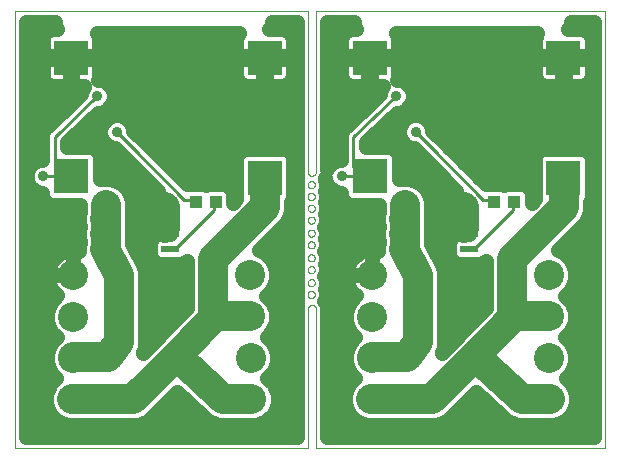
<source format=gbl>
G75*
%MOIN*%
%OFA0B0*%
%FSLAX25Y25*%
%IPPOS*%
%LPD*%
%AMOC8*
5,1,8,0,0,1.08239X$1,22.5*
%
%ADD10C,0.00000*%
%ADD11R,0.11811X0.11811*%
%ADD12C,0.10000*%
%ADD13R,0.06000X0.02400*%
%ADD14R,0.03937X0.04331*%
%ADD15C,0.01000*%
%ADD16C,0.03562*%
%ADD17C,0.10000*%
%ADD18C,0.03600*%
%ADD19C,0.05000*%
D10*
X0003787Y0004681D02*
X0003787Y0150350D01*
X0101425Y0150350D01*
X0101425Y0096807D01*
X0101427Y0096734D01*
X0101433Y0096661D01*
X0101443Y0096588D01*
X0101456Y0096516D01*
X0101474Y0096444D01*
X0101495Y0096374D01*
X0101520Y0096305D01*
X0101548Y0096238D01*
X0101580Y0096172D01*
X0101616Y0096107D01*
X0101655Y0096045D01*
X0101697Y0095985D01*
X0101742Y0095927D01*
X0101790Y0095872D01*
X0101842Y0095820D01*
X0101896Y0095770D01*
X0101952Y0095723D01*
X0102011Y0095679D01*
X0102072Y0095639D01*
X0102135Y0095602D01*
X0102200Y0095568D01*
X0102267Y0095537D01*
X0102336Y0095511D01*
X0102405Y0095488D01*
X0102476Y0095468D01*
X0102548Y0095453D01*
X0102620Y0095441D01*
X0102693Y0095433D01*
X0102766Y0095429D01*
X0102840Y0095429D01*
X0102913Y0095433D01*
X0102986Y0095441D01*
X0103058Y0095453D01*
X0103130Y0095468D01*
X0103201Y0095488D01*
X0103270Y0095511D01*
X0103339Y0095537D01*
X0103406Y0095568D01*
X0103471Y0095602D01*
X0103534Y0095639D01*
X0103595Y0095679D01*
X0103654Y0095723D01*
X0103710Y0095770D01*
X0103764Y0095820D01*
X0103816Y0095872D01*
X0103864Y0095927D01*
X0103909Y0095985D01*
X0103951Y0096045D01*
X0103990Y0096107D01*
X0104026Y0096172D01*
X0104058Y0096238D01*
X0104086Y0096305D01*
X0104111Y0096374D01*
X0104132Y0096444D01*
X0104150Y0096516D01*
X0104163Y0096588D01*
X0104173Y0096661D01*
X0104179Y0096734D01*
X0104181Y0096807D01*
X0104181Y0150350D01*
X0200638Y0150350D01*
X0200638Y0004681D01*
X0104181Y0004681D01*
X0104181Y0051138D01*
X0104169Y0051210D01*
X0104153Y0051282D01*
X0104133Y0051353D01*
X0104109Y0051423D01*
X0104082Y0051491D01*
X0104051Y0051558D01*
X0104016Y0051623D01*
X0103978Y0051687D01*
X0103937Y0051748D01*
X0103893Y0051807D01*
X0103846Y0051863D01*
X0103796Y0051917D01*
X0103743Y0051968D01*
X0103687Y0052016D01*
X0103629Y0052062D01*
X0103568Y0052104D01*
X0103506Y0052143D01*
X0103441Y0052178D01*
X0103375Y0052210D01*
X0103307Y0052239D01*
X0103238Y0052263D01*
X0103167Y0052285D01*
X0103095Y0052302D01*
X0103023Y0052315D01*
X0102950Y0052325D01*
X0102877Y0052331D01*
X0102803Y0052333D01*
X0102729Y0052331D01*
X0102656Y0052325D01*
X0102583Y0052315D01*
X0102511Y0052302D01*
X0102439Y0052285D01*
X0102368Y0052263D01*
X0102299Y0052239D01*
X0102231Y0052210D01*
X0102165Y0052178D01*
X0102100Y0052143D01*
X0102038Y0052104D01*
X0101977Y0052062D01*
X0101919Y0052016D01*
X0101863Y0051968D01*
X0101810Y0051917D01*
X0101760Y0051863D01*
X0101713Y0051807D01*
X0101669Y0051748D01*
X0101628Y0051687D01*
X0101590Y0051623D01*
X0101555Y0051558D01*
X0101524Y0051491D01*
X0101497Y0051423D01*
X0101473Y0051353D01*
X0101453Y0051282D01*
X0101437Y0051210D01*
X0101425Y0051138D01*
X0101425Y0004681D01*
X0003787Y0004681D01*
X0101425Y0055862D02*
X0101427Y0055931D01*
X0101433Y0055999D01*
X0101443Y0056067D01*
X0101457Y0056134D01*
X0101475Y0056201D01*
X0101496Y0056266D01*
X0101522Y0056330D01*
X0101551Y0056392D01*
X0101583Y0056452D01*
X0101619Y0056511D01*
X0101659Y0056567D01*
X0101701Y0056621D01*
X0101747Y0056672D01*
X0101796Y0056721D01*
X0101847Y0056767D01*
X0101901Y0056809D01*
X0101957Y0056849D01*
X0102015Y0056885D01*
X0102076Y0056917D01*
X0102138Y0056946D01*
X0102202Y0056972D01*
X0102267Y0056993D01*
X0102334Y0057011D01*
X0102401Y0057025D01*
X0102469Y0057035D01*
X0102537Y0057041D01*
X0102606Y0057043D01*
X0102675Y0057041D01*
X0102743Y0057035D01*
X0102811Y0057025D01*
X0102878Y0057011D01*
X0102945Y0056993D01*
X0103010Y0056972D01*
X0103074Y0056946D01*
X0103136Y0056917D01*
X0103196Y0056885D01*
X0103255Y0056849D01*
X0103311Y0056809D01*
X0103365Y0056767D01*
X0103416Y0056721D01*
X0103465Y0056672D01*
X0103511Y0056621D01*
X0103553Y0056567D01*
X0103593Y0056511D01*
X0103629Y0056452D01*
X0103661Y0056392D01*
X0103690Y0056330D01*
X0103716Y0056266D01*
X0103737Y0056201D01*
X0103755Y0056134D01*
X0103769Y0056067D01*
X0103779Y0055999D01*
X0103785Y0055931D01*
X0103787Y0055862D01*
X0103785Y0055793D01*
X0103779Y0055725D01*
X0103769Y0055657D01*
X0103755Y0055590D01*
X0103737Y0055523D01*
X0103716Y0055458D01*
X0103690Y0055394D01*
X0103661Y0055332D01*
X0103629Y0055271D01*
X0103593Y0055213D01*
X0103553Y0055157D01*
X0103511Y0055103D01*
X0103465Y0055052D01*
X0103416Y0055003D01*
X0103365Y0054957D01*
X0103311Y0054915D01*
X0103255Y0054875D01*
X0103197Y0054839D01*
X0103136Y0054807D01*
X0103074Y0054778D01*
X0103010Y0054752D01*
X0102945Y0054731D01*
X0102878Y0054713D01*
X0102811Y0054699D01*
X0102743Y0054689D01*
X0102675Y0054683D01*
X0102606Y0054681D01*
X0102537Y0054683D01*
X0102469Y0054689D01*
X0102401Y0054699D01*
X0102334Y0054713D01*
X0102267Y0054731D01*
X0102202Y0054752D01*
X0102138Y0054778D01*
X0102076Y0054807D01*
X0102015Y0054839D01*
X0101957Y0054875D01*
X0101901Y0054915D01*
X0101847Y0054957D01*
X0101796Y0055003D01*
X0101747Y0055052D01*
X0101701Y0055103D01*
X0101659Y0055157D01*
X0101619Y0055213D01*
X0101583Y0055271D01*
X0101551Y0055332D01*
X0101522Y0055394D01*
X0101496Y0055458D01*
X0101475Y0055523D01*
X0101457Y0055590D01*
X0101443Y0055657D01*
X0101433Y0055725D01*
X0101427Y0055793D01*
X0101425Y0055862D01*
X0101425Y0059799D02*
X0101427Y0059868D01*
X0101433Y0059936D01*
X0101443Y0060004D01*
X0101457Y0060071D01*
X0101475Y0060138D01*
X0101496Y0060203D01*
X0101522Y0060267D01*
X0101551Y0060329D01*
X0101583Y0060389D01*
X0101619Y0060448D01*
X0101659Y0060504D01*
X0101701Y0060558D01*
X0101747Y0060609D01*
X0101796Y0060658D01*
X0101847Y0060704D01*
X0101901Y0060746D01*
X0101957Y0060786D01*
X0102015Y0060822D01*
X0102076Y0060854D01*
X0102138Y0060883D01*
X0102202Y0060909D01*
X0102267Y0060930D01*
X0102334Y0060948D01*
X0102401Y0060962D01*
X0102469Y0060972D01*
X0102537Y0060978D01*
X0102606Y0060980D01*
X0102675Y0060978D01*
X0102743Y0060972D01*
X0102811Y0060962D01*
X0102878Y0060948D01*
X0102945Y0060930D01*
X0103010Y0060909D01*
X0103074Y0060883D01*
X0103136Y0060854D01*
X0103196Y0060822D01*
X0103255Y0060786D01*
X0103311Y0060746D01*
X0103365Y0060704D01*
X0103416Y0060658D01*
X0103465Y0060609D01*
X0103511Y0060558D01*
X0103553Y0060504D01*
X0103593Y0060448D01*
X0103629Y0060389D01*
X0103661Y0060329D01*
X0103690Y0060267D01*
X0103716Y0060203D01*
X0103737Y0060138D01*
X0103755Y0060071D01*
X0103769Y0060004D01*
X0103779Y0059936D01*
X0103785Y0059868D01*
X0103787Y0059799D01*
X0103785Y0059730D01*
X0103779Y0059662D01*
X0103769Y0059594D01*
X0103755Y0059527D01*
X0103737Y0059460D01*
X0103716Y0059395D01*
X0103690Y0059331D01*
X0103661Y0059269D01*
X0103629Y0059208D01*
X0103593Y0059150D01*
X0103553Y0059094D01*
X0103511Y0059040D01*
X0103465Y0058989D01*
X0103416Y0058940D01*
X0103365Y0058894D01*
X0103311Y0058852D01*
X0103255Y0058812D01*
X0103197Y0058776D01*
X0103136Y0058744D01*
X0103074Y0058715D01*
X0103010Y0058689D01*
X0102945Y0058668D01*
X0102878Y0058650D01*
X0102811Y0058636D01*
X0102743Y0058626D01*
X0102675Y0058620D01*
X0102606Y0058618D01*
X0102537Y0058620D01*
X0102469Y0058626D01*
X0102401Y0058636D01*
X0102334Y0058650D01*
X0102267Y0058668D01*
X0102202Y0058689D01*
X0102138Y0058715D01*
X0102076Y0058744D01*
X0102015Y0058776D01*
X0101957Y0058812D01*
X0101901Y0058852D01*
X0101847Y0058894D01*
X0101796Y0058940D01*
X0101747Y0058989D01*
X0101701Y0059040D01*
X0101659Y0059094D01*
X0101619Y0059150D01*
X0101583Y0059208D01*
X0101551Y0059269D01*
X0101522Y0059331D01*
X0101496Y0059395D01*
X0101475Y0059460D01*
X0101457Y0059527D01*
X0101443Y0059594D01*
X0101433Y0059662D01*
X0101427Y0059730D01*
X0101425Y0059799D01*
X0101425Y0064130D02*
X0101427Y0064199D01*
X0101433Y0064267D01*
X0101443Y0064335D01*
X0101457Y0064402D01*
X0101475Y0064469D01*
X0101496Y0064534D01*
X0101522Y0064598D01*
X0101551Y0064660D01*
X0101583Y0064720D01*
X0101619Y0064779D01*
X0101659Y0064835D01*
X0101701Y0064889D01*
X0101747Y0064940D01*
X0101796Y0064989D01*
X0101847Y0065035D01*
X0101901Y0065077D01*
X0101957Y0065117D01*
X0102015Y0065153D01*
X0102076Y0065185D01*
X0102138Y0065214D01*
X0102202Y0065240D01*
X0102267Y0065261D01*
X0102334Y0065279D01*
X0102401Y0065293D01*
X0102469Y0065303D01*
X0102537Y0065309D01*
X0102606Y0065311D01*
X0102675Y0065309D01*
X0102743Y0065303D01*
X0102811Y0065293D01*
X0102878Y0065279D01*
X0102945Y0065261D01*
X0103010Y0065240D01*
X0103074Y0065214D01*
X0103136Y0065185D01*
X0103196Y0065153D01*
X0103255Y0065117D01*
X0103311Y0065077D01*
X0103365Y0065035D01*
X0103416Y0064989D01*
X0103465Y0064940D01*
X0103511Y0064889D01*
X0103553Y0064835D01*
X0103593Y0064779D01*
X0103629Y0064720D01*
X0103661Y0064660D01*
X0103690Y0064598D01*
X0103716Y0064534D01*
X0103737Y0064469D01*
X0103755Y0064402D01*
X0103769Y0064335D01*
X0103779Y0064267D01*
X0103785Y0064199D01*
X0103787Y0064130D01*
X0103785Y0064061D01*
X0103779Y0063993D01*
X0103769Y0063925D01*
X0103755Y0063858D01*
X0103737Y0063791D01*
X0103716Y0063726D01*
X0103690Y0063662D01*
X0103661Y0063600D01*
X0103629Y0063539D01*
X0103593Y0063481D01*
X0103553Y0063425D01*
X0103511Y0063371D01*
X0103465Y0063320D01*
X0103416Y0063271D01*
X0103365Y0063225D01*
X0103311Y0063183D01*
X0103255Y0063143D01*
X0103197Y0063107D01*
X0103136Y0063075D01*
X0103074Y0063046D01*
X0103010Y0063020D01*
X0102945Y0062999D01*
X0102878Y0062981D01*
X0102811Y0062967D01*
X0102743Y0062957D01*
X0102675Y0062951D01*
X0102606Y0062949D01*
X0102537Y0062951D01*
X0102469Y0062957D01*
X0102401Y0062967D01*
X0102334Y0062981D01*
X0102267Y0062999D01*
X0102202Y0063020D01*
X0102138Y0063046D01*
X0102076Y0063075D01*
X0102015Y0063107D01*
X0101957Y0063143D01*
X0101901Y0063183D01*
X0101847Y0063225D01*
X0101796Y0063271D01*
X0101747Y0063320D01*
X0101701Y0063371D01*
X0101659Y0063425D01*
X0101619Y0063481D01*
X0101583Y0063539D01*
X0101551Y0063600D01*
X0101522Y0063662D01*
X0101496Y0063726D01*
X0101475Y0063791D01*
X0101457Y0063858D01*
X0101443Y0063925D01*
X0101433Y0063993D01*
X0101427Y0064061D01*
X0101425Y0064130D01*
X0101425Y0068067D02*
X0101427Y0068136D01*
X0101433Y0068204D01*
X0101443Y0068272D01*
X0101457Y0068339D01*
X0101475Y0068406D01*
X0101496Y0068471D01*
X0101522Y0068535D01*
X0101551Y0068597D01*
X0101583Y0068657D01*
X0101619Y0068716D01*
X0101659Y0068772D01*
X0101701Y0068826D01*
X0101747Y0068877D01*
X0101796Y0068926D01*
X0101847Y0068972D01*
X0101901Y0069014D01*
X0101957Y0069054D01*
X0102015Y0069090D01*
X0102076Y0069122D01*
X0102138Y0069151D01*
X0102202Y0069177D01*
X0102267Y0069198D01*
X0102334Y0069216D01*
X0102401Y0069230D01*
X0102469Y0069240D01*
X0102537Y0069246D01*
X0102606Y0069248D01*
X0102675Y0069246D01*
X0102743Y0069240D01*
X0102811Y0069230D01*
X0102878Y0069216D01*
X0102945Y0069198D01*
X0103010Y0069177D01*
X0103074Y0069151D01*
X0103136Y0069122D01*
X0103196Y0069090D01*
X0103255Y0069054D01*
X0103311Y0069014D01*
X0103365Y0068972D01*
X0103416Y0068926D01*
X0103465Y0068877D01*
X0103511Y0068826D01*
X0103553Y0068772D01*
X0103593Y0068716D01*
X0103629Y0068657D01*
X0103661Y0068597D01*
X0103690Y0068535D01*
X0103716Y0068471D01*
X0103737Y0068406D01*
X0103755Y0068339D01*
X0103769Y0068272D01*
X0103779Y0068204D01*
X0103785Y0068136D01*
X0103787Y0068067D01*
X0103785Y0067998D01*
X0103779Y0067930D01*
X0103769Y0067862D01*
X0103755Y0067795D01*
X0103737Y0067728D01*
X0103716Y0067663D01*
X0103690Y0067599D01*
X0103661Y0067537D01*
X0103629Y0067476D01*
X0103593Y0067418D01*
X0103553Y0067362D01*
X0103511Y0067308D01*
X0103465Y0067257D01*
X0103416Y0067208D01*
X0103365Y0067162D01*
X0103311Y0067120D01*
X0103255Y0067080D01*
X0103197Y0067044D01*
X0103136Y0067012D01*
X0103074Y0066983D01*
X0103010Y0066957D01*
X0102945Y0066936D01*
X0102878Y0066918D01*
X0102811Y0066904D01*
X0102743Y0066894D01*
X0102675Y0066888D01*
X0102606Y0066886D01*
X0102537Y0066888D01*
X0102469Y0066894D01*
X0102401Y0066904D01*
X0102334Y0066918D01*
X0102267Y0066936D01*
X0102202Y0066957D01*
X0102138Y0066983D01*
X0102076Y0067012D01*
X0102015Y0067044D01*
X0101957Y0067080D01*
X0101901Y0067120D01*
X0101847Y0067162D01*
X0101796Y0067208D01*
X0101747Y0067257D01*
X0101701Y0067308D01*
X0101659Y0067362D01*
X0101619Y0067418D01*
X0101583Y0067476D01*
X0101551Y0067537D01*
X0101522Y0067599D01*
X0101496Y0067663D01*
X0101475Y0067728D01*
X0101457Y0067795D01*
X0101443Y0067862D01*
X0101433Y0067930D01*
X0101427Y0067998D01*
X0101425Y0068067D01*
X0101425Y0072398D02*
X0101427Y0072467D01*
X0101433Y0072535D01*
X0101443Y0072603D01*
X0101457Y0072670D01*
X0101475Y0072737D01*
X0101496Y0072802D01*
X0101522Y0072866D01*
X0101551Y0072928D01*
X0101583Y0072988D01*
X0101619Y0073047D01*
X0101659Y0073103D01*
X0101701Y0073157D01*
X0101747Y0073208D01*
X0101796Y0073257D01*
X0101847Y0073303D01*
X0101901Y0073345D01*
X0101957Y0073385D01*
X0102015Y0073421D01*
X0102076Y0073453D01*
X0102138Y0073482D01*
X0102202Y0073508D01*
X0102267Y0073529D01*
X0102334Y0073547D01*
X0102401Y0073561D01*
X0102469Y0073571D01*
X0102537Y0073577D01*
X0102606Y0073579D01*
X0102675Y0073577D01*
X0102743Y0073571D01*
X0102811Y0073561D01*
X0102878Y0073547D01*
X0102945Y0073529D01*
X0103010Y0073508D01*
X0103074Y0073482D01*
X0103136Y0073453D01*
X0103196Y0073421D01*
X0103255Y0073385D01*
X0103311Y0073345D01*
X0103365Y0073303D01*
X0103416Y0073257D01*
X0103465Y0073208D01*
X0103511Y0073157D01*
X0103553Y0073103D01*
X0103593Y0073047D01*
X0103629Y0072988D01*
X0103661Y0072928D01*
X0103690Y0072866D01*
X0103716Y0072802D01*
X0103737Y0072737D01*
X0103755Y0072670D01*
X0103769Y0072603D01*
X0103779Y0072535D01*
X0103785Y0072467D01*
X0103787Y0072398D01*
X0103785Y0072329D01*
X0103779Y0072261D01*
X0103769Y0072193D01*
X0103755Y0072126D01*
X0103737Y0072059D01*
X0103716Y0071994D01*
X0103690Y0071930D01*
X0103661Y0071868D01*
X0103629Y0071807D01*
X0103593Y0071749D01*
X0103553Y0071693D01*
X0103511Y0071639D01*
X0103465Y0071588D01*
X0103416Y0071539D01*
X0103365Y0071493D01*
X0103311Y0071451D01*
X0103255Y0071411D01*
X0103197Y0071375D01*
X0103136Y0071343D01*
X0103074Y0071314D01*
X0103010Y0071288D01*
X0102945Y0071267D01*
X0102878Y0071249D01*
X0102811Y0071235D01*
X0102743Y0071225D01*
X0102675Y0071219D01*
X0102606Y0071217D01*
X0102537Y0071219D01*
X0102469Y0071225D01*
X0102401Y0071235D01*
X0102334Y0071249D01*
X0102267Y0071267D01*
X0102202Y0071288D01*
X0102138Y0071314D01*
X0102076Y0071343D01*
X0102015Y0071375D01*
X0101957Y0071411D01*
X0101901Y0071451D01*
X0101847Y0071493D01*
X0101796Y0071539D01*
X0101747Y0071588D01*
X0101701Y0071639D01*
X0101659Y0071693D01*
X0101619Y0071749D01*
X0101583Y0071807D01*
X0101551Y0071868D01*
X0101522Y0071930D01*
X0101496Y0071994D01*
X0101475Y0072059D01*
X0101457Y0072126D01*
X0101443Y0072193D01*
X0101433Y0072261D01*
X0101427Y0072329D01*
X0101425Y0072398D01*
X0101425Y0076335D02*
X0101427Y0076404D01*
X0101433Y0076472D01*
X0101443Y0076540D01*
X0101457Y0076607D01*
X0101475Y0076674D01*
X0101496Y0076739D01*
X0101522Y0076803D01*
X0101551Y0076865D01*
X0101583Y0076925D01*
X0101619Y0076984D01*
X0101659Y0077040D01*
X0101701Y0077094D01*
X0101747Y0077145D01*
X0101796Y0077194D01*
X0101847Y0077240D01*
X0101901Y0077282D01*
X0101957Y0077322D01*
X0102015Y0077358D01*
X0102076Y0077390D01*
X0102138Y0077419D01*
X0102202Y0077445D01*
X0102267Y0077466D01*
X0102334Y0077484D01*
X0102401Y0077498D01*
X0102469Y0077508D01*
X0102537Y0077514D01*
X0102606Y0077516D01*
X0102675Y0077514D01*
X0102743Y0077508D01*
X0102811Y0077498D01*
X0102878Y0077484D01*
X0102945Y0077466D01*
X0103010Y0077445D01*
X0103074Y0077419D01*
X0103136Y0077390D01*
X0103196Y0077358D01*
X0103255Y0077322D01*
X0103311Y0077282D01*
X0103365Y0077240D01*
X0103416Y0077194D01*
X0103465Y0077145D01*
X0103511Y0077094D01*
X0103553Y0077040D01*
X0103593Y0076984D01*
X0103629Y0076925D01*
X0103661Y0076865D01*
X0103690Y0076803D01*
X0103716Y0076739D01*
X0103737Y0076674D01*
X0103755Y0076607D01*
X0103769Y0076540D01*
X0103779Y0076472D01*
X0103785Y0076404D01*
X0103787Y0076335D01*
X0103785Y0076266D01*
X0103779Y0076198D01*
X0103769Y0076130D01*
X0103755Y0076063D01*
X0103737Y0075996D01*
X0103716Y0075931D01*
X0103690Y0075867D01*
X0103661Y0075805D01*
X0103629Y0075744D01*
X0103593Y0075686D01*
X0103553Y0075630D01*
X0103511Y0075576D01*
X0103465Y0075525D01*
X0103416Y0075476D01*
X0103365Y0075430D01*
X0103311Y0075388D01*
X0103255Y0075348D01*
X0103197Y0075312D01*
X0103136Y0075280D01*
X0103074Y0075251D01*
X0103010Y0075225D01*
X0102945Y0075204D01*
X0102878Y0075186D01*
X0102811Y0075172D01*
X0102743Y0075162D01*
X0102675Y0075156D01*
X0102606Y0075154D01*
X0102537Y0075156D01*
X0102469Y0075162D01*
X0102401Y0075172D01*
X0102334Y0075186D01*
X0102267Y0075204D01*
X0102202Y0075225D01*
X0102138Y0075251D01*
X0102076Y0075280D01*
X0102015Y0075312D01*
X0101957Y0075348D01*
X0101901Y0075388D01*
X0101847Y0075430D01*
X0101796Y0075476D01*
X0101747Y0075525D01*
X0101701Y0075576D01*
X0101659Y0075630D01*
X0101619Y0075686D01*
X0101583Y0075744D01*
X0101551Y0075805D01*
X0101522Y0075867D01*
X0101496Y0075931D01*
X0101475Y0075996D01*
X0101457Y0076063D01*
X0101443Y0076130D01*
X0101433Y0076198D01*
X0101427Y0076266D01*
X0101425Y0076335D01*
X0101425Y0080665D02*
X0101427Y0080734D01*
X0101433Y0080802D01*
X0101443Y0080870D01*
X0101457Y0080937D01*
X0101475Y0081004D01*
X0101496Y0081069D01*
X0101522Y0081133D01*
X0101551Y0081195D01*
X0101583Y0081255D01*
X0101619Y0081314D01*
X0101659Y0081370D01*
X0101701Y0081424D01*
X0101747Y0081475D01*
X0101796Y0081524D01*
X0101847Y0081570D01*
X0101901Y0081612D01*
X0101957Y0081652D01*
X0102015Y0081688D01*
X0102076Y0081720D01*
X0102138Y0081749D01*
X0102202Y0081775D01*
X0102267Y0081796D01*
X0102334Y0081814D01*
X0102401Y0081828D01*
X0102469Y0081838D01*
X0102537Y0081844D01*
X0102606Y0081846D01*
X0102675Y0081844D01*
X0102743Y0081838D01*
X0102811Y0081828D01*
X0102878Y0081814D01*
X0102945Y0081796D01*
X0103010Y0081775D01*
X0103074Y0081749D01*
X0103136Y0081720D01*
X0103196Y0081688D01*
X0103255Y0081652D01*
X0103311Y0081612D01*
X0103365Y0081570D01*
X0103416Y0081524D01*
X0103465Y0081475D01*
X0103511Y0081424D01*
X0103553Y0081370D01*
X0103593Y0081314D01*
X0103629Y0081255D01*
X0103661Y0081195D01*
X0103690Y0081133D01*
X0103716Y0081069D01*
X0103737Y0081004D01*
X0103755Y0080937D01*
X0103769Y0080870D01*
X0103779Y0080802D01*
X0103785Y0080734D01*
X0103787Y0080665D01*
X0103785Y0080596D01*
X0103779Y0080528D01*
X0103769Y0080460D01*
X0103755Y0080393D01*
X0103737Y0080326D01*
X0103716Y0080261D01*
X0103690Y0080197D01*
X0103661Y0080135D01*
X0103629Y0080074D01*
X0103593Y0080016D01*
X0103553Y0079960D01*
X0103511Y0079906D01*
X0103465Y0079855D01*
X0103416Y0079806D01*
X0103365Y0079760D01*
X0103311Y0079718D01*
X0103255Y0079678D01*
X0103197Y0079642D01*
X0103136Y0079610D01*
X0103074Y0079581D01*
X0103010Y0079555D01*
X0102945Y0079534D01*
X0102878Y0079516D01*
X0102811Y0079502D01*
X0102743Y0079492D01*
X0102675Y0079486D01*
X0102606Y0079484D01*
X0102537Y0079486D01*
X0102469Y0079492D01*
X0102401Y0079502D01*
X0102334Y0079516D01*
X0102267Y0079534D01*
X0102202Y0079555D01*
X0102138Y0079581D01*
X0102076Y0079610D01*
X0102015Y0079642D01*
X0101957Y0079678D01*
X0101901Y0079718D01*
X0101847Y0079760D01*
X0101796Y0079806D01*
X0101747Y0079855D01*
X0101701Y0079906D01*
X0101659Y0079960D01*
X0101619Y0080016D01*
X0101583Y0080074D01*
X0101551Y0080135D01*
X0101522Y0080197D01*
X0101496Y0080261D01*
X0101475Y0080326D01*
X0101457Y0080393D01*
X0101443Y0080460D01*
X0101433Y0080528D01*
X0101427Y0080596D01*
X0101425Y0080665D01*
X0101425Y0084602D02*
X0101427Y0084671D01*
X0101433Y0084739D01*
X0101443Y0084807D01*
X0101457Y0084874D01*
X0101475Y0084941D01*
X0101496Y0085006D01*
X0101522Y0085070D01*
X0101551Y0085132D01*
X0101583Y0085192D01*
X0101619Y0085251D01*
X0101659Y0085307D01*
X0101701Y0085361D01*
X0101747Y0085412D01*
X0101796Y0085461D01*
X0101847Y0085507D01*
X0101901Y0085549D01*
X0101957Y0085589D01*
X0102015Y0085625D01*
X0102076Y0085657D01*
X0102138Y0085686D01*
X0102202Y0085712D01*
X0102267Y0085733D01*
X0102334Y0085751D01*
X0102401Y0085765D01*
X0102469Y0085775D01*
X0102537Y0085781D01*
X0102606Y0085783D01*
X0102675Y0085781D01*
X0102743Y0085775D01*
X0102811Y0085765D01*
X0102878Y0085751D01*
X0102945Y0085733D01*
X0103010Y0085712D01*
X0103074Y0085686D01*
X0103136Y0085657D01*
X0103196Y0085625D01*
X0103255Y0085589D01*
X0103311Y0085549D01*
X0103365Y0085507D01*
X0103416Y0085461D01*
X0103465Y0085412D01*
X0103511Y0085361D01*
X0103553Y0085307D01*
X0103593Y0085251D01*
X0103629Y0085192D01*
X0103661Y0085132D01*
X0103690Y0085070D01*
X0103716Y0085006D01*
X0103737Y0084941D01*
X0103755Y0084874D01*
X0103769Y0084807D01*
X0103779Y0084739D01*
X0103785Y0084671D01*
X0103787Y0084602D01*
X0103785Y0084533D01*
X0103779Y0084465D01*
X0103769Y0084397D01*
X0103755Y0084330D01*
X0103737Y0084263D01*
X0103716Y0084198D01*
X0103690Y0084134D01*
X0103661Y0084072D01*
X0103629Y0084011D01*
X0103593Y0083953D01*
X0103553Y0083897D01*
X0103511Y0083843D01*
X0103465Y0083792D01*
X0103416Y0083743D01*
X0103365Y0083697D01*
X0103311Y0083655D01*
X0103255Y0083615D01*
X0103197Y0083579D01*
X0103136Y0083547D01*
X0103074Y0083518D01*
X0103010Y0083492D01*
X0102945Y0083471D01*
X0102878Y0083453D01*
X0102811Y0083439D01*
X0102743Y0083429D01*
X0102675Y0083423D01*
X0102606Y0083421D01*
X0102537Y0083423D01*
X0102469Y0083429D01*
X0102401Y0083439D01*
X0102334Y0083453D01*
X0102267Y0083471D01*
X0102202Y0083492D01*
X0102138Y0083518D01*
X0102076Y0083547D01*
X0102015Y0083579D01*
X0101957Y0083615D01*
X0101901Y0083655D01*
X0101847Y0083697D01*
X0101796Y0083743D01*
X0101747Y0083792D01*
X0101701Y0083843D01*
X0101659Y0083897D01*
X0101619Y0083953D01*
X0101583Y0084011D01*
X0101551Y0084072D01*
X0101522Y0084134D01*
X0101496Y0084198D01*
X0101475Y0084263D01*
X0101457Y0084330D01*
X0101443Y0084397D01*
X0101433Y0084465D01*
X0101427Y0084533D01*
X0101425Y0084602D01*
X0101425Y0088539D02*
X0101427Y0088608D01*
X0101433Y0088676D01*
X0101443Y0088744D01*
X0101457Y0088811D01*
X0101475Y0088878D01*
X0101496Y0088943D01*
X0101522Y0089007D01*
X0101551Y0089069D01*
X0101583Y0089129D01*
X0101619Y0089188D01*
X0101659Y0089244D01*
X0101701Y0089298D01*
X0101747Y0089349D01*
X0101796Y0089398D01*
X0101847Y0089444D01*
X0101901Y0089486D01*
X0101957Y0089526D01*
X0102015Y0089562D01*
X0102076Y0089594D01*
X0102138Y0089623D01*
X0102202Y0089649D01*
X0102267Y0089670D01*
X0102334Y0089688D01*
X0102401Y0089702D01*
X0102469Y0089712D01*
X0102537Y0089718D01*
X0102606Y0089720D01*
X0102675Y0089718D01*
X0102743Y0089712D01*
X0102811Y0089702D01*
X0102878Y0089688D01*
X0102945Y0089670D01*
X0103010Y0089649D01*
X0103074Y0089623D01*
X0103136Y0089594D01*
X0103196Y0089562D01*
X0103255Y0089526D01*
X0103311Y0089486D01*
X0103365Y0089444D01*
X0103416Y0089398D01*
X0103465Y0089349D01*
X0103511Y0089298D01*
X0103553Y0089244D01*
X0103593Y0089188D01*
X0103629Y0089129D01*
X0103661Y0089069D01*
X0103690Y0089007D01*
X0103716Y0088943D01*
X0103737Y0088878D01*
X0103755Y0088811D01*
X0103769Y0088744D01*
X0103779Y0088676D01*
X0103785Y0088608D01*
X0103787Y0088539D01*
X0103785Y0088470D01*
X0103779Y0088402D01*
X0103769Y0088334D01*
X0103755Y0088267D01*
X0103737Y0088200D01*
X0103716Y0088135D01*
X0103690Y0088071D01*
X0103661Y0088009D01*
X0103629Y0087948D01*
X0103593Y0087890D01*
X0103553Y0087834D01*
X0103511Y0087780D01*
X0103465Y0087729D01*
X0103416Y0087680D01*
X0103365Y0087634D01*
X0103311Y0087592D01*
X0103255Y0087552D01*
X0103197Y0087516D01*
X0103136Y0087484D01*
X0103074Y0087455D01*
X0103010Y0087429D01*
X0102945Y0087408D01*
X0102878Y0087390D01*
X0102811Y0087376D01*
X0102743Y0087366D01*
X0102675Y0087360D01*
X0102606Y0087358D01*
X0102537Y0087360D01*
X0102469Y0087366D01*
X0102401Y0087376D01*
X0102334Y0087390D01*
X0102267Y0087408D01*
X0102202Y0087429D01*
X0102138Y0087455D01*
X0102076Y0087484D01*
X0102015Y0087516D01*
X0101957Y0087552D01*
X0101901Y0087592D01*
X0101847Y0087634D01*
X0101796Y0087680D01*
X0101747Y0087729D01*
X0101701Y0087780D01*
X0101659Y0087834D01*
X0101619Y0087890D01*
X0101583Y0087948D01*
X0101551Y0088009D01*
X0101522Y0088071D01*
X0101496Y0088135D01*
X0101475Y0088200D01*
X0101457Y0088267D01*
X0101443Y0088334D01*
X0101433Y0088402D01*
X0101427Y0088470D01*
X0101425Y0088539D01*
X0101425Y0092476D02*
X0101427Y0092545D01*
X0101433Y0092613D01*
X0101443Y0092681D01*
X0101457Y0092748D01*
X0101475Y0092815D01*
X0101496Y0092880D01*
X0101522Y0092944D01*
X0101551Y0093006D01*
X0101583Y0093066D01*
X0101619Y0093125D01*
X0101659Y0093181D01*
X0101701Y0093235D01*
X0101747Y0093286D01*
X0101796Y0093335D01*
X0101847Y0093381D01*
X0101901Y0093423D01*
X0101957Y0093463D01*
X0102015Y0093499D01*
X0102076Y0093531D01*
X0102138Y0093560D01*
X0102202Y0093586D01*
X0102267Y0093607D01*
X0102334Y0093625D01*
X0102401Y0093639D01*
X0102469Y0093649D01*
X0102537Y0093655D01*
X0102606Y0093657D01*
X0102675Y0093655D01*
X0102743Y0093649D01*
X0102811Y0093639D01*
X0102878Y0093625D01*
X0102945Y0093607D01*
X0103010Y0093586D01*
X0103074Y0093560D01*
X0103136Y0093531D01*
X0103196Y0093499D01*
X0103255Y0093463D01*
X0103311Y0093423D01*
X0103365Y0093381D01*
X0103416Y0093335D01*
X0103465Y0093286D01*
X0103511Y0093235D01*
X0103553Y0093181D01*
X0103593Y0093125D01*
X0103629Y0093066D01*
X0103661Y0093006D01*
X0103690Y0092944D01*
X0103716Y0092880D01*
X0103737Y0092815D01*
X0103755Y0092748D01*
X0103769Y0092681D01*
X0103779Y0092613D01*
X0103785Y0092545D01*
X0103787Y0092476D01*
X0103785Y0092407D01*
X0103779Y0092339D01*
X0103769Y0092271D01*
X0103755Y0092204D01*
X0103737Y0092137D01*
X0103716Y0092072D01*
X0103690Y0092008D01*
X0103661Y0091946D01*
X0103629Y0091885D01*
X0103593Y0091827D01*
X0103553Y0091771D01*
X0103511Y0091717D01*
X0103465Y0091666D01*
X0103416Y0091617D01*
X0103365Y0091571D01*
X0103311Y0091529D01*
X0103255Y0091489D01*
X0103197Y0091453D01*
X0103136Y0091421D01*
X0103074Y0091392D01*
X0103010Y0091366D01*
X0102945Y0091345D01*
X0102878Y0091327D01*
X0102811Y0091313D01*
X0102743Y0091303D01*
X0102675Y0091297D01*
X0102606Y0091295D01*
X0102537Y0091297D01*
X0102469Y0091303D01*
X0102401Y0091313D01*
X0102334Y0091327D01*
X0102267Y0091345D01*
X0102202Y0091366D01*
X0102138Y0091392D01*
X0102076Y0091421D01*
X0102015Y0091453D01*
X0101957Y0091489D01*
X0101901Y0091529D01*
X0101847Y0091571D01*
X0101796Y0091617D01*
X0101747Y0091666D01*
X0101701Y0091717D01*
X0101659Y0091771D01*
X0101619Y0091827D01*
X0101583Y0091885D01*
X0101551Y0091946D01*
X0101522Y0092008D01*
X0101496Y0092072D01*
X0101475Y0092137D01*
X0101457Y0092204D01*
X0101443Y0092271D01*
X0101433Y0092339D01*
X0101427Y0092407D01*
X0101425Y0092476D01*
D11*
X0087055Y0094681D03*
X0122094Y0095469D03*
X0122094Y0134839D03*
X0087055Y0134839D03*
X0022488Y0134839D03*
X0022488Y0095469D03*
X0186661Y0094681D03*
X0186661Y0134839D03*
D12*
X0181819Y0062319D03*
X0181819Y0048539D03*
X0181976Y0034760D03*
X0181976Y0020980D03*
X0122764Y0020980D03*
X0122764Y0034760D03*
X0122764Y0048461D03*
X0122764Y0062240D03*
X0082213Y0062319D03*
X0082213Y0048539D03*
X0082370Y0034760D03*
X0082370Y0020980D03*
X0023157Y0020980D03*
X0023157Y0034760D03*
X0023157Y0048461D03*
X0023157Y0062240D03*
D13*
X0033932Y0070921D03*
X0033932Y0075921D03*
X0033932Y0080921D03*
X0033932Y0085921D03*
X0055532Y0085921D03*
X0055532Y0080921D03*
X0055532Y0075921D03*
X0055532Y0070921D03*
X0133539Y0070921D03*
X0133539Y0075921D03*
X0133539Y0080921D03*
X0133539Y0085921D03*
X0155139Y0085921D03*
X0155139Y0080921D03*
X0155139Y0075921D03*
X0155139Y0070921D03*
D14*
X0163669Y0086768D03*
X0170362Y0086768D03*
X0070756Y0086768D03*
X0064063Y0086768D03*
D15*
X0063883Y0087497D01*
X0060283Y0087497D01*
X0043183Y0104597D01*
X0037838Y0110109D01*
X0031346Y0122004D02*
X0017083Y0108528D01*
X0017083Y0098297D01*
X0013472Y0095469D02*
X0022488Y0095469D01*
X0022483Y0095597D01*
X0013472Y0095469D02*
X0013236Y0095232D01*
X0033932Y0085921D02*
X0034183Y0085697D01*
X0034183Y0081197D02*
X0033932Y0080921D01*
X0034183Y0080297D01*
X0034183Y0076697D02*
X0033932Y0075921D01*
X0034183Y0075797D01*
X0034183Y0071297D02*
X0033932Y0070921D01*
X0033283Y0070397D01*
X0053787Y0084996D02*
X0054713Y0085921D01*
X0055532Y0085921D01*
X0070183Y0086597D02*
X0070183Y0083897D01*
X0057583Y0071297D01*
X0055783Y0071297D01*
X0055532Y0070921D01*
X0070183Y0086597D02*
X0070756Y0086768D01*
X0087283Y0093797D02*
X0087055Y0094681D01*
X0112843Y0095232D02*
X0113079Y0095469D01*
X0122094Y0095469D01*
X0122089Y0095597D01*
X0116689Y0098297D02*
X0116689Y0108528D01*
X0130953Y0122004D01*
X0137444Y0110109D02*
X0142789Y0104597D01*
X0159889Y0087497D01*
X0163489Y0087497D01*
X0163669Y0086768D01*
X0169789Y0086597D02*
X0169789Y0083897D01*
X0157189Y0071297D01*
X0155389Y0071297D01*
X0155139Y0070921D01*
X0153394Y0084996D02*
X0154319Y0085921D01*
X0155139Y0085921D01*
X0169789Y0086597D02*
X0170362Y0086768D01*
X0186889Y0093797D02*
X0186661Y0094681D01*
X0133789Y0085697D02*
X0133539Y0085921D01*
X0133789Y0081197D02*
X0133539Y0080921D01*
X0133789Y0080297D01*
X0133789Y0076697D02*
X0133539Y0075921D01*
X0133789Y0075797D01*
X0133789Y0071297D02*
X0133539Y0070921D01*
X0132889Y0070397D01*
X0122933Y0034903D02*
X0122764Y0034760D01*
X0122539Y0021009D02*
X0122764Y0020980D01*
X0082670Y0021009D02*
X0082370Y0020980D01*
X0081883Y0047897D02*
X0082213Y0048539D01*
X0082783Y0048797D01*
X0023327Y0034903D02*
X0023157Y0034760D01*
X0022933Y0021009D02*
X0023157Y0020980D01*
X0181976Y0020980D02*
X0182276Y0021009D01*
X0181489Y0047897D02*
X0181819Y0048539D01*
X0182389Y0048797D01*
D16*
X0193157Y0044051D03*
X0193157Y0028303D03*
X0193157Y0012555D03*
X0177409Y0012555D03*
X0165598Y0012555D03*
X0153787Y0012555D03*
X0153787Y0020429D03*
X0126228Y0012555D03*
X0110480Y0012555D03*
X0093551Y0012555D03*
X0077803Y0012555D03*
X0065992Y0012555D03*
X0054181Y0012555D03*
X0054181Y0020429D03*
X0026622Y0012555D03*
X0010874Y0012555D03*
X0054181Y0047988D03*
X0054181Y0055862D03*
X0054181Y0063736D03*
X0049063Y0087358D03*
X0042370Y0087358D03*
X0041583Y0095232D03*
X0033709Y0095232D03*
X0033709Y0103106D03*
X0013236Y0095232D03*
X0010874Y0103106D03*
X0031346Y0122004D03*
X0042370Y0122791D03*
X0058118Y0122791D03*
X0073866Y0122791D03*
X0073866Y0107043D03*
X0073866Y0095232D03*
X0077803Y0087358D03*
X0093551Y0075547D03*
X0093551Y0059799D03*
X0093551Y0044051D03*
X0093551Y0028303D03*
X0110480Y0055862D03*
X0118354Y0055862D03*
X0118354Y0071610D03*
X0110480Y0071610D03*
X0110480Y0079484D03*
X0112843Y0095232D03*
X0110480Y0103106D03*
X0093551Y0107043D03*
X0093551Y0122791D03*
X0110480Y0138539D03*
X0130953Y0122004D03*
X0141976Y0122791D03*
X0157724Y0122791D03*
X0173472Y0122791D03*
X0173472Y0107043D03*
X0173472Y0095232D03*
X0177409Y0087358D03*
X0193157Y0075547D03*
X0193157Y0059799D03*
X0153787Y0055862D03*
X0153787Y0047988D03*
X0153787Y0063736D03*
X0148669Y0087358D03*
X0141976Y0087358D03*
X0141976Y0095232D03*
X0134102Y0095232D03*
X0134102Y0103106D03*
X0157724Y0107043D03*
X0157724Y0095232D03*
X0193157Y0107043D03*
X0193157Y0122791D03*
X0173472Y0138539D03*
X0157724Y0138539D03*
X0141976Y0138539D03*
X0073866Y0138539D03*
X0058118Y0138539D03*
X0042370Y0138539D03*
X0010874Y0138539D03*
X0058118Y0107043D03*
X0058118Y0095232D03*
X0018748Y0071610D03*
X0010874Y0071610D03*
X0010874Y0079484D03*
X0010874Y0055862D03*
X0018748Y0055862D03*
D17*
X0038433Y0062483D02*
X0033932Y0070921D01*
X0034183Y0071297D02*
X0034183Y0075671D01*
X0033932Y0075921D01*
X0034183Y0075797D02*
X0034183Y0080671D01*
X0033932Y0080921D01*
X0034183Y0081172D01*
X0034183Y0085697D01*
X0053787Y0084996D02*
X0053787Y0077909D01*
X0069929Y0067673D02*
X0069929Y0047988D01*
X0070480Y0048539D01*
X0082213Y0048539D01*
X0069929Y0047988D02*
X0057724Y0035390D01*
X0073286Y0021009D01*
X0082670Y0021009D01*
X0057724Y0035390D02*
X0043344Y0021009D01*
X0022933Y0021009D01*
X0023327Y0034903D02*
X0034797Y0034903D01*
X0038433Y0040114D01*
X0038433Y0062483D01*
X0069929Y0067673D02*
X0087283Y0085027D01*
X0087283Y0093797D01*
X0133789Y0085697D02*
X0133789Y0081172D01*
X0133539Y0080921D01*
X0133789Y0080671D01*
X0133789Y0075797D01*
X0133789Y0075671D02*
X0133539Y0075921D01*
X0133789Y0075671D02*
X0133789Y0071297D01*
X0133539Y0070921D02*
X0138039Y0062483D01*
X0138039Y0040114D01*
X0134403Y0034903D01*
X0122933Y0034903D01*
X0122539Y0021009D02*
X0142950Y0021009D01*
X0157331Y0035390D01*
X0172892Y0021009D01*
X0182276Y0021009D01*
X0157331Y0035390D02*
X0169535Y0047988D01*
X0169535Y0067673D01*
X0186889Y0085027D01*
X0186889Y0093797D01*
X0153394Y0084996D02*
X0153394Y0077909D01*
X0170087Y0048539D02*
X0169535Y0047988D01*
X0170087Y0048539D02*
X0181819Y0048539D01*
D18*
X0137444Y0110109D03*
X0037838Y0110109D03*
D19*
X0042500Y0113224D02*
X0040953Y0114771D01*
X0038932Y0115609D01*
X0036744Y0115609D01*
X0034722Y0114771D01*
X0033175Y0113224D01*
X0032338Y0111203D01*
X0032338Y0109015D01*
X0033175Y0106993D01*
X0034722Y0105446D01*
X0036744Y0104609D01*
X0037321Y0104609D01*
X0039609Y0102249D01*
X0039622Y0102218D01*
X0040190Y0101650D01*
X0040749Y0101073D01*
X0040780Y0101060D01*
X0051399Y0090440D01*
X0050874Y0090223D01*
X0050301Y0089840D01*
X0049814Y0089352D01*
X0049431Y0088779D01*
X0049167Y0088142D01*
X0049032Y0087466D01*
X0049032Y0085921D01*
X0049032Y0084377D01*
X0049167Y0083700D01*
X0049282Y0083421D01*
X0049167Y0083142D01*
X0049032Y0082466D01*
X0049032Y0080921D01*
X0049032Y0079377D01*
X0049167Y0078700D01*
X0049282Y0078421D01*
X0049167Y0078142D01*
X0049032Y0077466D01*
X0049032Y0075921D01*
X0049032Y0074377D01*
X0049167Y0073700D01*
X0049174Y0073683D01*
X0048832Y0072857D01*
X0048832Y0068985D01*
X0049396Y0067625D01*
X0050436Y0066585D01*
X0051796Y0066021D01*
X0059268Y0066021D01*
X0060628Y0066585D01*
X0061229Y0067186D01*
X0061229Y0051511D01*
X0052606Y0042610D01*
X0052509Y0042565D01*
X0051451Y0041420D01*
X0046494Y0036463D01*
X0046558Y0036555D01*
X0046765Y0037495D01*
X0047133Y0038384D01*
X0047133Y0039168D01*
X0047302Y0039935D01*
X0047133Y0040882D01*
X0047133Y0061189D01*
X0047260Y0061606D01*
X0047133Y0062907D01*
X0047133Y0064214D01*
X0046966Y0064617D01*
X0046924Y0065051D01*
X0046309Y0066204D01*
X0045809Y0067412D01*
X0045500Y0067720D01*
X0042883Y0072627D01*
X0042883Y0087427D01*
X0041558Y0090625D01*
X0039111Y0093072D01*
X0035913Y0094397D01*
X0032452Y0094397D01*
X0032094Y0094248D01*
X0032094Y0102110D01*
X0031530Y0103470D01*
X0030490Y0104511D01*
X0029130Y0105074D01*
X0021283Y0105074D01*
X0021283Y0106718D01*
X0031661Y0116523D01*
X0032437Y0116523D01*
X0034451Y0117357D01*
X0035993Y0118899D01*
X0036828Y0120914D01*
X0036828Y0123094D01*
X0035993Y0125109D01*
X0034451Y0126651D01*
X0032437Y0127485D01*
X0031582Y0127485D01*
X0031759Y0127912D01*
X0031894Y0128588D01*
X0031894Y0134386D01*
X0022941Y0134386D01*
X0022941Y0135291D01*
X0031894Y0135291D01*
X0031894Y0141089D01*
X0031759Y0141765D01*
X0031495Y0142402D01*
X0031169Y0142891D01*
X0078374Y0142891D01*
X0078048Y0142402D01*
X0077784Y0141765D01*
X0077650Y0141089D01*
X0077650Y0135291D01*
X0086602Y0135291D01*
X0086602Y0134386D01*
X0077650Y0134386D01*
X0077650Y0128588D01*
X0077784Y0127912D01*
X0078048Y0127275D01*
X0078431Y0126702D01*
X0078918Y0126214D01*
X0079492Y0125831D01*
X0080129Y0125568D01*
X0080805Y0125433D01*
X0086602Y0125433D01*
X0086602Y0134386D01*
X0087508Y0134386D01*
X0087508Y0135291D01*
X0096461Y0135291D01*
X0096461Y0141089D01*
X0096326Y0141765D01*
X0096062Y0142402D01*
X0095679Y0142975D01*
X0095192Y0143463D01*
X0094618Y0143846D01*
X0093982Y0144110D01*
X0093305Y0144244D01*
X0088681Y0144244D01*
X0088932Y0144495D01*
X0089495Y0145855D01*
X0089495Y0146650D01*
X0097725Y0146650D01*
X0097725Y0095648D01*
X0097981Y0095117D01*
X0097981Y0094065D01*
X0097725Y0093447D01*
X0097725Y0091505D01*
X0097981Y0090888D01*
X0097981Y0090128D01*
X0097725Y0089510D01*
X0097725Y0087568D01*
X0097981Y0086951D01*
X0097981Y0086191D01*
X0097725Y0085573D01*
X0097725Y0083631D01*
X0097981Y0083014D01*
X0097981Y0082254D01*
X0097725Y0081636D01*
X0097725Y0079694D01*
X0097981Y0079077D01*
X0097981Y0077923D01*
X0097725Y0077306D01*
X0097725Y0075364D01*
X0097981Y0074746D01*
X0097981Y0073986D01*
X0097725Y0073369D01*
X0097725Y0071427D01*
X0097981Y0070809D01*
X0097981Y0069656D01*
X0097725Y0069038D01*
X0097725Y0067096D01*
X0097981Y0066478D01*
X0097981Y0065719D01*
X0097725Y0065101D01*
X0097725Y0063159D01*
X0097981Y0062541D01*
X0097981Y0061388D01*
X0097725Y0060770D01*
X0097725Y0058828D01*
X0097981Y0058210D01*
X0097981Y0057451D01*
X0097725Y0056833D01*
X0097725Y0054891D01*
X0097981Y0054273D01*
X0097981Y0052946D01*
X0097937Y0052885D01*
X0097937Y0052885D01*
X0097828Y0052123D01*
X0097725Y0051874D01*
X0097725Y0051401D01*
X0097658Y0050932D01*
X0097725Y0050671D01*
X0097725Y0008381D01*
X0007487Y0008381D01*
X0007487Y0146650D01*
X0017095Y0146650D01*
X0017095Y0145855D01*
X0017659Y0144495D01*
X0017909Y0144244D01*
X0016238Y0144244D01*
X0015562Y0144110D01*
X0014925Y0143846D01*
X0014352Y0143463D01*
X0013864Y0142975D01*
X0013481Y0142402D01*
X0013217Y0141765D01*
X0013083Y0141089D01*
X0013083Y0135291D01*
X0022035Y0135291D01*
X0022035Y0134386D01*
X0013083Y0134386D01*
X0013083Y0128588D01*
X0013217Y0127912D01*
X0013481Y0127275D01*
X0013864Y0126702D01*
X0014352Y0126214D01*
X0014925Y0125831D01*
X0015562Y0125568D01*
X0016238Y0125433D01*
X0022035Y0125433D01*
X0022035Y0134386D01*
X0022941Y0134386D01*
X0022941Y0125433D01*
X0027024Y0125433D01*
X0026700Y0125109D01*
X0025865Y0123094D01*
X0025865Y0122603D01*
X0014761Y0112112D01*
X0014704Y0112088D01*
X0014155Y0111540D01*
X0013591Y0111007D01*
X0013566Y0110950D01*
X0013522Y0110907D01*
X0013225Y0110190D01*
X0012908Y0109482D01*
X0012906Y0109420D01*
X0012883Y0109363D01*
X0012883Y0108587D01*
X0012861Y0107812D01*
X0012883Y0107754D01*
X0012883Y0100713D01*
X0012146Y0100713D01*
X0010131Y0099879D01*
X0008590Y0098337D01*
X0007755Y0096323D01*
X0007755Y0094142D01*
X0008590Y0092127D01*
X0010131Y0090586D01*
X0012146Y0089751D01*
X0012883Y0089751D01*
X0012883Y0088827D01*
X0013446Y0087467D01*
X0014487Y0086426D01*
X0015847Y0085863D01*
X0025483Y0085863D01*
X0025483Y0083256D01*
X0025232Y0082652D01*
X0025232Y0079191D01*
X0025483Y0078586D01*
X0025483Y0078256D01*
X0025232Y0077652D01*
X0025232Y0074191D01*
X0025483Y0073586D01*
X0025483Y0073038D01*
X0025105Y0071798D01*
X0025234Y0070484D01*
X0024819Y0070595D01*
X0023715Y0070740D01*
X0023158Y0070740D01*
X0023158Y0062240D01*
X0023157Y0062240D01*
X0014657Y0062240D01*
X0014657Y0061683D01*
X0014803Y0060578D01*
X0015091Y0059502D01*
X0015518Y0058473D01*
X0016075Y0057508D01*
X0016753Y0056624D01*
X0017541Y0055836D01*
X0017930Y0055537D01*
X0015782Y0053389D01*
X0014457Y0050191D01*
X0014457Y0046730D01*
X0015782Y0043532D01*
X0017704Y0041610D01*
X0015782Y0039688D01*
X0014457Y0036490D01*
X0014457Y0033029D01*
X0015782Y0029832D01*
X0017617Y0027997D01*
X0015558Y0025938D01*
X0014233Y0022740D01*
X0014233Y0019279D01*
X0015558Y0016081D01*
X0018005Y0013634D01*
X0021203Y0012309D01*
X0021357Y0012309D01*
X0021427Y0012280D01*
X0024888Y0012280D01*
X0024958Y0012309D01*
X0045075Y0012309D01*
X0048272Y0013634D01*
X0057962Y0023324D01*
X0067255Y0014736D01*
X0068358Y0013634D01*
X0068522Y0013566D01*
X0068652Y0013445D01*
X0070115Y0012906D01*
X0071555Y0012309D01*
X0071733Y0012309D01*
X0071900Y0012248D01*
X0073457Y0012309D01*
X0080569Y0012309D01*
X0080640Y0012280D01*
X0084101Y0012280D01*
X0084171Y0012309D01*
X0084401Y0012309D01*
X0087598Y0013634D01*
X0090046Y0016081D01*
X0091370Y0019279D01*
X0091370Y0022740D01*
X0090046Y0025938D01*
X0087949Y0028035D01*
X0089746Y0029832D01*
X0091070Y0033029D01*
X0091070Y0036490D01*
X0089746Y0039688D01*
X0087705Y0041728D01*
X0089588Y0043611D01*
X0090913Y0046809D01*
X0090913Y0050270D01*
X0089588Y0053468D01*
X0087626Y0055429D01*
X0089588Y0057391D01*
X0090913Y0060588D01*
X0090913Y0064049D01*
X0089588Y0067247D01*
X0087141Y0069694D01*
X0085099Y0070540D01*
X0094658Y0080099D01*
X0095983Y0083296D01*
X0095983Y0086565D01*
X0096097Y0086680D01*
X0096661Y0088040D01*
X0096661Y0101323D01*
X0096097Y0102682D01*
X0095057Y0103723D01*
X0093697Y0104287D01*
X0080414Y0104287D01*
X0079054Y0103723D01*
X0078013Y0102682D01*
X0077450Y0101323D01*
X0077450Y0088040D01*
X0077608Y0087656D01*
X0076424Y0086472D01*
X0076424Y0089669D01*
X0075861Y0091029D01*
X0074820Y0092070D01*
X0073460Y0092633D01*
X0068051Y0092633D01*
X0067409Y0092367D01*
X0066767Y0092633D01*
X0061359Y0092633D01*
X0061166Y0092553D01*
X0046175Y0107544D01*
X0043338Y0110470D01*
X0043338Y0111203D01*
X0042500Y0113224D01*
X0041076Y0114648D02*
X0097725Y0114648D01*
X0097725Y0109650D02*
X0044133Y0109650D01*
X0049068Y0104651D02*
X0097725Y0104651D01*
X0097725Y0099653D02*
X0096661Y0099653D01*
X0096661Y0094654D02*
X0097981Y0094654D01*
X0097785Y0089656D02*
X0096661Y0089656D01*
X0095983Y0084657D02*
X0097725Y0084657D01*
X0097740Y0079659D02*
X0094218Y0079659D01*
X0097981Y0074660D02*
X0089220Y0074660D01*
X0087173Y0069662D02*
X0097981Y0069662D01*
X0097725Y0064663D02*
X0090658Y0064663D01*
X0090530Y0059665D02*
X0097725Y0059665D01*
X0097818Y0054666D02*
X0088389Y0054666D01*
X0090913Y0049668D02*
X0097725Y0049668D01*
X0097725Y0044669D02*
X0090026Y0044669D01*
X0089753Y0039671D02*
X0097725Y0039671D01*
X0097725Y0034672D02*
X0091070Y0034672D01*
X0089588Y0029674D02*
X0097725Y0029674D01*
X0097725Y0024675D02*
X0090569Y0024675D01*
X0091370Y0019677D02*
X0097725Y0019677D01*
X0097725Y0014678D02*
X0088642Y0014678D01*
X0097725Y0009680D02*
X0007487Y0009680D01*
X0007487Y0014678D02*
X0016961Y0014678D01*
X0014233Y0019677D02*
X0007487Y0019677D01*
X0007487Y0024675D02*
X0015035Y0024675D01*
X0015940Y0029674D02*
X0007487Y0029674D01*
X0007487Y0034672D02*
X0014457Y0034672D01*
X0015775Y0039671D02*
X0007487Y0039671D01*
X0007487Y0044669D02*
X0015311Y0044669D01*
X0014457Y0049668D02*
X0007487Y0049668D01*
X0007487Y0054666D02*
X0017059Y0054666D01*
X0015048Y0059665D02*
X0007487Y0059665D01*
X0007487Y0064663D02*
X0015007Y0064663D01*
X0015091Y0064978D02*
X0014803Y0063902D01*
X0014657Y0062797D01*
X0014657Y0062240D01*
X0023157Y0062240D01*
X0023157Y0062240D01*
X0023157Y0070740D01*
X0022600Y0070740D01*
X0021496Y0070595D01*
X0020419Y0070306D01*
X0019390Y0069880D01*
X0018425Y0069323D01*
X0017541Y0068645D01*
X0016753Y0067857D01*
X0016075Y0066973D01*
X0015518Y0066008D01*
X0015091Y0064978D01*
X0019012Y0069662D02*
X0007487Y0069662D01*
X0007487Y0074660D02*
X0025232Y0074660D01*
X0025232Y0079659D02*
X0007487Y0079659D01*
X0007487Y0084657D02*
X0025483Y0084657D01*
X0032094Y0094654D02*
X0047186Y0094654D01*
X0050117Y0089656D02*
X0041960Y0089656D01*
X0042883Y0084657D02*
X0049032Y0084657D01*
X0049032Y0085921D02*
X0055532Y0085921D01*
X0055532Y0085921D01*
X0055532Y0085921D01*
X0055532Y0085621D01*
X0055532Y0080921D01*
X0055532Y0080921D01*
X0055532Y0080621D01*
X0055532Y0075921D01*
X0049032Y0075921D01*
X0055532Y0075921D01*
X0055532Y0075921D01*
X0055532Y0075921D01*
X0055532Y0080921D01*
X0049032Y0080921D01*
X0055532Y0080921D01*
X0055532Y0080921D01*
X0055532Y0080921D01*
X0055532Y0085921D01*
X0049032Y0085921D01*
X0049032Y0079659D02*
X0042883Y0079659D01*
X0042883Y0074660D02*
X0049032Y0074660D01*
X0048832Y0069662D02*
X0044464Y0069662D01*
X0046962Y0064663D02*
X0061229Y0064663D01*
X0061229Y0059665D02*
X0047133Y0059665D01*
X0047133Y0054666D02*
X0061229Y0054666D01*
X0059443Y0049668D02*
X0047133Y0049668D01*
X0047133Y0044669D02*
X0054601Y0044669D01*
X0049702Y0039671D02*
X0047244Y0039671D01*
X0054315Y0019677D02*
X0061909Y0019677D01*
X0067313Y0014678D02*
X0049316Y0014678D01*
X0023158Y0064663D02*
X0023157Y0064663D01*
X0023157Y0069662D02*
X0023158Y0069662D01*
X0012883Y0089656D02*
X0007487Y0089656D01*
X0007487Y0094654D02*
X0007755Y0094654D01*
X0007487Y0099653D02*
X0009905Y0099653D01*
X0007487Y0104651D02*
X0012883Y0104651D01*
X0012983Y0109650D02*
X0007487Y0109650D01*
X0007487Y0114648D02*
X0017445Y0114648D01*
X0022736Y0119647D02*
X0007487Y0119647D01*
X0007487Y0124645D02*
X0026508Y0124645D01*
X0022941Y0129644D02*
X0022035Y0129644D01*
X0022035Y0134642D02*
X0007487Y0134642D01*
X0007487Y0129644D02*
X0013083Y0129644D01*
X0013083Y0139641D02*
X0007487Y0139641D01*
X0007487Y0144639D02*
X0017599Y0144639D01*
X0022941Y0134642D02*
X0086602Y0134642D01*
X0087508Y0134642D02*
X0097725Y0134642D01*
X0096461Y0134386D02*
X0087508Y0134386D01*
X0087508Y0125433D01*
X0093305Y0125433D01*
X0093982Y0125568D01*
X0094618Y0125831D01*
X0095192Y0126214D01*
X0095679Y0126702D01*
X0096062Y0127275D01*
X0096326Y0127912D01*
X0096461Y0128588D01*
X0096461Y0134386D01*
X0096461Y0129644D02*
X0097725Y0129644D01*
X0097725Y0124645D02*
X0036185Y0124645D01*
X0036303Y0119647D02*
X0097725Y0119647D01*
X0107881Y0119647D02*
X0122342Y0119647D01*
X0125472Y0122603D02*
X0114367Y0112112D01*
X0114310Y0112088D01*
X0113761Y0111540D01*
X0113197Y0111007D01*
X0113172Y0110950D01*
X0113128Y0110907D01*
X0112832Y0110190D01*
X0112514Y0109482D01*
X0112513Y0109420D01*
X0112489Y0109363D01*
X0112489Y0108587D01*
X0112467Y0107812D01*
X0112489Y0107754D01*
X0112489Y0100713D01*
X0111752Y0100713D01*
X0109738Y0099879D01*
X0108196Y0098337D01*
X0107881Y0097577D01*
X0107881Y0146650D01*
X0116702Y0146650D01*
X0116702Y0145855D01*
X0117265Y0144495D01*
X0117515Y0144244D01*
X0115844Y0144244D01*
X0115168Y0144110D01*
X0114531Y0143846D01*
X0113958Y0143463D01*
X0113470Y0142975D01*
X0113087Y0142402D01*
X0112823Y0141765D01*
X0112689Y0141089D01*
X0112689Y0135291D01*
X0121642Y0135291D01*
X0121642Y0134386D01*
X0122547Y0134386D01*
X0122547Y0125433D01*
X0126630Y0125433D01*
X0126306Y0125109D01*
X0125472Y0123094D01*
X0125472Y0122603D01*
X0126114Y0124645D02*
X0107881Y0124645D01*
X0107881Y0129644D02*
X0112689Y0129644D01*
X0112689Y0128588D02*
X0112823Y0127912D01*
X0113087Y0127275D01*
X0113470Y0126702D01*
X0113958Y0126214D01*
X0114531Y0125831D01*
X0115168Y0125568D01*
X0115844Y0125433D01*
X0121642Y0125433D01*
X0121642Y0134386D01*
X0112689Y0134386D01*
X0112689Y0128588D01*
X0107881Y0134642D02*
X0121642Y0134642D01*
X0122547Y0134642D02*
X0186209Y0134642D01*
X0186209Y0134386D02*
X0177256Y0134386D01*
X0177256Y0128588D01*
X0177390Y0127912D01*
X0177654Y0127275D01*
X0178037Y0126702D01*
X0178525Y0126214D01*
X0179098Y0125831D01*
X0179735Y0125568D01*
X0180411Y0125433D01*
X0186209Y0125433D01*
X0186209Y0134386D01*
X0187114Y0134386D01*
X0187114Y0135291D01*
X0196067Y0135291D01*
X0196067Y0141089D01*
X0195932Y0141765D01*
X0195669Y0142402D01*
X0195286Y0142975D01*
X0194798Y0143463D01*
X0194225Y0143846D01*
X0193588Y0144110D01*
X0192912Y0144244D01*
X0188288Y0144244D01*
X0188538Y0144495D01*
X0189102Y0145855D01*
X0189102Y0146650D01*
X0196938Y0146650D01*
X0196938Y0008381D01*
X0107881Y0008381D01*
X0107881Y0050671D01*
X0107948Y0050932D01*
X0107881Y0051401D01*
X0107881Y0051874D01*
X0107778Y0052123D01*
X0107669Y0052885D01*
X0107029Y0053785D01*
X0107487Y0054891D01*
X0107487Y0056833D01*
X0107074Y0057831D01*
X0107487Y0058828D01*
X0107487Y0060770D01*
X0106993Y0061965D01*
X0107487Y0063159D01*
X0107487Y0065101D01*
X0107074Y0066098D01*
X0107487Y0067096D01*
X0107487Y0069038D01*
X0106993Y0070232D01*
X0107487Y0071427D01*
X0107487Y0073369D01*
X0107074Y0074366D01*
X0107487Y0075364D01*
X0107487Y0077306D01*
X0106993Y0078500D01*
X0107487Y0079694D01*
X0107487Y0081636D01*
X0107074Y0082634D01*
X0107487Y0083631D01*
X0107487Y0085573D01*
X0107074Y0086571D01*
X0107487Y0087568D01*
X0107487Y0089510D01*
X0107074Y0090508D01*
X0107487Y0091505D01*
X0107487Y0093447D01*
X0107179Y0094191D01*
X0107361Y0094569D01*
X0107361Y0094142D01*
X0108196Y0092127D01*
X0109738Y0090586D01*
X0111752Y0089751D01*
X0112489Y0089751D01*
X0112489Y0088827D01*
X0113052Y0087467D01*
X0114093Y0086426D01*
X0115453Y0085863D01*
X0125089Y0085863D01*
X0125089Y0083256D01*
X0124839Y0082652D01*
X0124839Y0079191D01*
X0125089Y0078586D01*
X0125089Y0078256D01*
X0124839Y0077652D01*
X0124839Y0074191D01*
X0125089Y0073586D01*
X0125089Y0073038D01*
X0124712Y0071798D01*
X0124840Y0070484D01*
X0124426Y0070595D01*
X0123321Y0070740D01*
X0122764Y0070740D01*
X0122764Y0062240D01*
X0122764Y0062240D01*
X0114264Y0062240D01*
X0114264Y0061683D01*
X0114409Y0060578D01*
X0114698Y0059502D01*
X0115124Y0058473D01*
X0115681Y0057508D01*
X0116359Y0056624D01*
X0117147Y0055836D01*
X0117537Y0055537D01*
X0115388Y0053389D01*
X0114064Y0050191D01*
X0114064Y0046730D01*
X0115388Y0043532D01*
X0117311Y0041610D01*
X0115388Y0039688D01*
X0114064Y0036490D01*
X0114064Y0033029D01*
X0115388Y0029832D01*
X0117223Y0027997D01*
X0115164Y0025938D01*
X0113839Y0022740D01*
X0113839Y0019279D01*
X0115164Y0016081D01*
X0117611Y0013634D01*
X0120809Y0012309D01*
X0120963Y0012309D01*
X0121033Y0012280D01*
X0124494Y0012280D01*
X0124565Y0012309D01*
X0144681Y0012309D01*
X0147879Y0013634D01*
X0157569Y0023324D01*
X0166862Y0014736D01*
X0167964Y0013634D01*
X0168128Y0013566D01*
X0168259Y0013445D01*
X0169721Y0012906D01*
X0171162Y0012309D01*
X0171339Y0012309D01*
X0171506Y0012248D01*
X0173064Y0012309D01*
X0180175Y0012309D01*
X0180246Y0012280D01*
X0183707Y0012280D01*
X0183777Y0012309D01*
X0184007Y0012309D01*
X0187205Y0013634D01*
X0189652Y0016081D01*
X0190976Y0019279D01*
X0190976Y0022740D01*
X0189652Y0025938D01*
X0187555Y0028035D01*
X0189352Y0029832D01*
X0190676Y0033029D01*
X0190676Y0036490D01*
X0189352Y0039688D01*
X0187312Y0041728D01*
X0189194Y0043611D01*
X0190519Y0046809D01*
X0190519Y0050270D01*
X0189194Y0053468D01*
X0187233Y0055429D01*
X0189194Y0057391D01*
X0190519Y0060588D01*
X0190519Y0064049D01*
X0189194Y0067247D01*
X0186747Y0069694D01*
X0184706Y0070540D01*
X0194264Y0080099D01*
X0195589Y0083296D01*
X0195589Y0086565D01*
X0195704Y0086680D01*
X0196267Y0088040D01*
X0196267Y0101323D01*
X0195704Y0102682D01*
X0194663Y0103723D01*
X0193303Y0104287D01*
X0180020Y0104287D01*
X0178660Y0103723D01*
X0177619Y0102682D01*
X0177056Y0101323D01*
X0177056Y0088040D01*
X0177215Y0087656D01*
X0176031Y0086472D01*
X0176031Y0089669D01*
X0175467Y0091029D01*
X0174427Y0092070D01*
X0173067Y0092633D01*
X0167658Y0092633D01*
X0167016Y0092367D01*
X0166374Y0092633D01*
X0160965Y0092633D01*
X0160772Y0092553D01*
X0145781Y0107544D01*
X0142944Y0110470D01*
X0142944Y0111203D01*
X0142107Y0113224D01*
X0140560Y0114771D01*
X0138538Y0115609D01*
X0136350Y0115609D01*
X0134329Y0114771D01*
X0132781Y0113224D01*
X0131944Y0111203D01*
X0131944Y0109015D01*
X0132781Y0106993D01*
X0134329Y0105446D01*
X0136350Y0104609D01*
X0136927Y0104609D01*
X0139216Y0102249D01*
X0139228Y0102218D01*
X0139796Y0101650D01*
X0140355Y0101073D01*
X0140386Y0101060D01*
X0151006Y0090440D01*
X0150481Y0090223D01*
X0149907Y0089840D01*
X0149420Y0089352D01*
X0149037Y0088779D01*
X0148773Y0088142D01*
X0148639Y0087466D01*
X0148639Y0085921D01*
X0148639Y0084377D01*
X0148773Y0083700D01*
X0148889Y0083421D01*
X0148773Y0083142D01*
X0148639Y0082466D01*
X0148639Y0080921D01*
X0148639Y0079377D01*
X0148773Y0078700D01*
X0148889Y0078421D01*
X0148773Y0078142D01*
X0148639Y0077466D01*
X0148639Y0075921D01*
X0148639Y0074377D01*
X0148773Y0073700D01*
X0148780Y0073683D01*
X0148439Y0072857D01*
X0148439Y0068985D01*
X0149002Y0067625D01*
X0150043Y0066585D01*
X0151403Y0066021D01*
X0158875Y0066021D01*
X0160234Y0066585D01*
X0160835Y0067186D01*
X0160835Y0051511D01*
X0152212Y0042610D01*
X0152116Y0042565D01*
X0151058Y0041420D01*
X0146100Y0036463D01*
X0146164Y0036555D01*
X0146371Y0037495D01*
X0146739Y0038384D01*
X0146739Y0039168D01*
X0146908Y0039935D01*
X0146739Y0040882D01*
X0146739Y0061189D01*
X0146866Y0061606D01*
X0146739Y0062907D01*
X0146739Y0064214D01*
X0146572Y0064617D01*
X0146530Y0065051D01*
X0145915Y0066204D01*
X0145415Y0067412D01*
X0145106Y0067720D01*
X0142489Y0072627D01*
X0142489Y0087427D01*
X0141164Y0090625D01*
X0138717Y0093072D01*
X0135520Y0094397D01*
X0132058Y0094397D01*
X0131700Y0094248D01*
X0131700Y0102110D01*
X0131137Y0103470D01*
X0130096Y0104511D01*
X0128736Y0105074D01*
X0120889Y0105074D01*
X0120889Y0106718D01*
X0131267Y0116523D01*
X0132043Y0116523D01*
X0134058Y0117357D01*
X0135599Y0118899D01*
X0136434Y0120914D01*
X0136434Y0123094D01*
X0135599Y0125109D01*
X0134058Y0126651D01*
X0132043Y0127485D01*
X0131189Y0127485D01*
X0131365Y0127912D01*
X0131500Y0128588D01*
X0131500Y0134386D01*
X0122547Y0134386D01*
X0122547Y0135291D01*
X0131500Y0135291D01*
X0131500Y0141089D01*
X0131365Y0141765D01*
X0131102Y0142402D01*
X0130775Y0142891D01*
X0177981Y0142891D01*
X0177654Y0142402D01*
X0177390Y0141765D01*
X0177256Y0141089D01*
X0177256Y0135291D01*
X0186209Y0135291D01*
X0186209Y0134386D01*
X0187114Y0134386D02*
X0187114Y0125433D01*
X0192912Y0125433D01*
X0193588Y0125568D01*
X0194225Y0125831D01*
X0194798Y0126214D01*
X0195286Y0126702D01*
X0195669Y0127275D01*
X0195932Y0127912D01*
X0196067Y0128588D01*
X0196067Y0134386D01*
X0187114Y0134386D01*
X0187114Y0134642D02*
X0196938Y0134642D01*
X0196938Y0129644D02*
X0196067Y0129644D01*
X0196938Y0124645D02*
X0135791Y0124645D01*
X0135909Y0119647D02*
X0196938Y0119647D01*
X0196938Y0114648D02*
X0140683Y0114648D01*
X0143739Y0109650D02*
X0196938Y0109650D01*
X0196938Y0104651D02*
X0148674Y0104651D01*
X0153673Y0099653D02*
X0177056Y0099653D01*
X0177056Y0094654D02*
X0158671Y0094654D01*
X0149723Y0089656D02*
X0141566Y0089656D01*
X0142489Y0084657D02*
X0148639Y0084657D01*
X0148639Y0085921D02*
X0155138Y0085921D01*
X0155138Y0085921D01*
X0155139Y0085921D02*
X0155139Y0085921D01*
X0155139Y0080921D01*
X0155139Y0075921D01*
X0155139Y0075921D01*
X0155138Y0075921D02*
X0148639Y0075921D01*
X0155138Y0075921D01*
X0155138Y0075921D01*
X0155139Y0075921D02*
X0155139Y0080621D01*
X0155139Y0080921D01*
X0155139Y0080921D01*
X0155139Y0080921D01*
X0155138Y0080921D02*
X0148639Y0080921D01*
X0155138Y0080921D01*
X0155138Y0080921D01*
X0155139Y0080921D02*
X0155139Y0085621D01*
X0155139Y0085921D01*
X0155138Y0085921D02*
X0148639Y0085921D01*
X0155139Y0084657D02*
X0155139Y0084657D01*
X0155139Y0079659D02*
X0155139Y0079659D01*
X0148639Y0079659D02*
X0142489Y0079659D01*
X0142489Y0074660D02*
X0148639Y0074660D01*
X0148439Y0069662D02*
X0144071Y0069662D01*
X0146568Y0064663D02*
X0160835Y0064663D01*
X0160835Y0059665D02*
X0146739Y0059665D01*
X0146739Y0054666D02*
X0160835Y0054666D01*
X0159050Y0049668D02*
X0146739Y0049668D01*
X0146739Y0044669D02*
X0154207Y0044669D01*
X0149308Y0039671D02*
X0146850Y0039671D01*
X0153921Y0019677D02*
X0161516Y0019677D01*
X0166920Y0014678D02*
X0148923Y0014678D01*
X0116567Y0014678D02*
X0107881Y0014678D01*
X0107881Y0009680D02*
X0196938Y0009680D01*
X0196938Y0014678D02*
X0188249Y0014678D01*
X0190976Y0019677D02*
X0196938Y0019677D01*
X0196938Y0024675D02*
X0190175Y0024675D01*
X0189194Y0029674D02*
X0196938Y0029674D01*
X0196938Y0034672D02*
X0190676Y0034672D01*
X0189359Y0039671D02*
X0196938Y0039671D01*
X0196938Y0044669D02*
X0189633Y0044669D01*
X0190519Y0049668D02*
X0196938Y0049668D01*
X0196938Y0054666D02*
X0187996Y0054666D01*
X0190136Y0059665D02*
X0196938Y0059665D01*
X0196938Y0064663D02*
X0190265Y0064663D01*
X0186780Y0069662D02*
X0196938Y0069662D01*
X0196938Y0074660D02*
X0188826Y0074660D01*
X0193825Y0079659D02*
X0196938Y0079659D01*
X0196938Y0084657D02*
X0195589Y0084657D01*
X0196267Y0089656D02*
X0196938Y0089656D01*
X0196938Y0094654D02*
X0196267Y0094654D01*
X0196267Y0099653D02*
X0196938Y0099653D01*
X0177056Y0089656D02*
X0176031Y0089656D01*
X0146792Y0094654D02*
X0131700Y0094654D01*
X0131700Y0099653D02*
X0141793Y0099653D01*
X0136247Y0104651D02*
X0129756Y0104651D01*
X0131944Y0109650D02*
X0123992Y0109650D01*
X0129283Y0114648D02*
X0134206Y0114648D01*
X0117052Y0114648D02*
X0107881Y0114648D01*
X0107881Y0109650D02*
X0112590Y0109650D01*
X0112489Y0104651D02*
X0107881Y0104651D01*
X0107881Y0099653D02*
X0109512Y0099653D01*
X0107427Y0089656D02*
X0112489Y0089656D01*
X0107487Y0084657D02*
X0125089Y0084657D01*
X0124839Y0079659D02*
X0107473Y0079659D01*
X0107196Y0074660D02*
X0124839Y0074660D01*
X0122764Y0070740D02*
X0122207Y0070740D01*
X0121102Y0070595D01*
X0120026Y0070306D01*
X0118996Y0069880D01*
X0118031Y0069323D01*
X0117147Y0068645D01*
X0116359Y0067857D01*
X0115681Y0066973D01*
X0115124Y0066008D01*
X0114698Y0064978D01*
X0114409Y0063902D01*
X0114264Y0062797D01*
X0114264Y0062240D01*
X0122764Y0062240D01*
X0122764Y0062240D01*
X0122764Y0070740D01*
X0122764Y0069662D02*
X0122764Y0069662D01*
X0118618Y0069662D02*
X0107229Y0069662D01*
X0107487Y0064663D02*
X0114613Y0064663D01*
X0114654Y0059665D02*
X0107487Y0059665D01*
X0107394Y0054666D02*
X0116666Y0054666D01*
X0114064Y0049668D02*
X0107881Y0049668D01*
X0107669Y0052885D02*
X0107669Y0052885D01*
X0107881Y0044669D02*
X0114917Y0044669D01*
X0115381Y0039671D02*
X0107881Y0039671D01*
X0107881Y0034672D02*
X0114064Y0034672D01*
X0115546Y0029674D02*
X0107881Y0029674D01*
X0107881Y0024675D02*
X0114641Y0024675D01*
X0113839Y0019677D02*
X0107881Y0019677D01*
X0122764Y0064663D02*
X0122764Y0064663D01*
X0077450Y0089656D02*
X0076424Y0089656D01*
X0077450Y0094654D02*
X0059065Y0094654D01*
X0054066Y0099653D02*
X0077450Y0099653D01*
X0055532Y0084657D02*
X0055532Y0084657D01*
X0055532Y0079659D02*
X0055532Y0079659D01*
X0042187Y0099653D02*
X0032094Y0099653D01*
X0030150Y0104651D02*
X0036641Y0104651D01*
X0032338Y0109650D02*
X0024386Y0109650D01*
X0029677Y0114648D02*
X0034599Y0114648D01*
X0031894Y0129644D02*
X0077650Y0129644D01*
X0086602Y0129644D02*
X0087508Y0129644D01*
X0096461Y0139641D02*
X0097725Y0139641D01*
X0097725Y0144639D02*
X0088992Y0144639D01*
X0077650Y0139641D02*
X0031894Y0139641D01*
X0107881Y0139641D02*
X0112689Y0139641D01*
X0117205Y0144639D02*
X0107881Y0144639D01*
X0121642Y0129644D02*
X0122547Y0129644D01*
X0131500Y0129644D02*
X0177256Y0129644D01*
X0186209Y0129644D02*
X0187114Y0129644D01*
X0196067Y0139641D02*
X0196938Y0139641D01*
X0196938Y0144639D02*
X0188598Y0144639D01*
X0177256Y0139641D02*
X0131500Y0139641D01*
M02*

</source>
